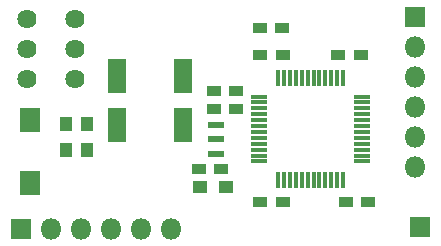
<source format=gbr>
G04 #@! TF.GenerationSoftware,KiCad,Pcbnew,5.0.0-rc2-unknown-a288d61~65~ubuntu18.04.1*
G04 #@! TF.CreationDate,2018-06-25T15:59:09+02:00*
G04 #@! TF.ProjectId,STM32_Sensor,53544D33325F53656E736F722E6B6963,rev?*
G04 #@! TF.SameCoordinates,Original*
G04 #@! TF.FileFunction,Soldermask,Top*
G04 #@! TF.FilePolarity,Negative*
%FSLAX46Y46*%
G04 Gerber Fmt 4.6, Leading zero omitted, Abs format (unit mm)*
G04 Created by KiCad (PCBNEW 5.0.0-rc2-unknown-a288d61~65~ubuntu18.04.1) date Mon Jun 25 15:59:09 2018*
%MOMM*%
%LPD*%
G01*
G04 APERTURE LIST*
%ADD10R,0.351600X1.401600*%
%ADD11R,1.401600X0.351600*%
%ADD12R,1.301600X1.001600*%
%ADD13R,1.801600X1.801600*%
%ADD14R,1.301600X0.851600*%
%ADD15R,1.001600X1.301600*%
%ADD16R,1.401600X0.501600*%
%ADD17R,1.531600X2.951600*%
%ADD18R,1.701600X2.101600*%
%ADD19C,1.625600*%
%ADD20O,1.801600X1.801600*%
G04 APERTURE END LIST*
D10*
G04 #@! TO.C,U1*
X130720000Y-86200000D03*
X131220000Y-86200000D03*
X131720000Y-86200000D03*
X132220000Y-86200000D03*
X132720000Y-86200000D03*
X133220000Y-86200000D03*
X133720000Y-86200000D03*
X134220000Y-86200000D03*
X134720000Y-86200000D03*
X135220000Y-86200000D03*
X135720000Y-86200000D03*
X136220000Y-86200000D03*
D11*
X137820000Y-87800000D03*
X137820000Y-88300000D03*
X137820000Y-88800000D03*
X137820000Y-89300000D03*
X137820000Y-89800000D03*
X137820000Y-90300000D03*
X137820000Y-90800000D03*
X137820000Y-91300000D03*
X137820000Y-91800000D03*
X137820000Y-92300000D03*
X137820000Y-92800000D03*
X137820000Y-93300000D03*
D10*
X136220000Y-94900000D03*
X135720000Y-94900000D03*
X135220000Y-94900000D03*
X134720000Y-94900000D03*
X134220000Y-94900000D03*
X133720000Y-94900000D03*
X133220000Y-94900000D03*
X132720000Y-94900000D03*
X132220000Y-94900000D03*
X131720000Y-94900000D03*
X131220000Y-94900000D03*
X130720000Y-94900000D03*
D11*
X129120000Y-93300000D03*
X129120000Y-92800000D03*
X129120000Y-92300000D03*
X129120000Y-91800000D03*
X129120000Y-91300000D03*
X129120000Y-90800000D03*
X129120000Y-90300000D03*
X129120000Y-89800000D03*
X129120000Y-89300000D03*
X129120000Y-88800000D03*
X129120000Y-88300000D03*
X129120000Y-87800000D03*
G04 #@! TD*
D12*
G04 #@! TO.C,R1*
X126322000Y-95504000D03*
X124122000Y-95504000D03*
G04 #@! TD*
D13*
G04 #@! TO.C,J2*
X142750000Y-98820000D03*
G04 #@! TD*
D14*
G04 #@! TO.C,C1*
X124018000Y-93980000D03*
X125918000Y-93980000D03*
G04 #@! TD*
G04 #@! TO.C,C2*
X135829000Y-84264500D03*
X137729000Y-84264500D03*
G04 #@! TD*
G04 #@! TO.C,C3*
X138364000Y-96774000D03*
X136464000Y-96774000D03*
G04 #@! TD*
G04 #@! TO.C,C4*
X131125000Y-96774000D03*
X129225000Y-96774000D03*
G04 #@! TD*
G04 #@! TO.C,C6*
X131061500Y-81978500D03*
X129161500Y-81978500D03*
G04 #@! TD*
G04 #@! TO.C,C7*
X129225000Y-84328000D03*
X131125000Y-84328000D03*
G04 #@! TD*
G04 #@! TO.C,C8*
X125288000Y-87376000D03*
X127188000Y-87376000D03*
G04 #@! TD*
G04 #@! TO.C,C9*
X127188000Y-88900000D03*
X125288000Y-88900000D03*
G04 #@! TD*
D15*
G04 #@! TO.C,R2*
X112776000Y-92370000D03*
X112776000Y-90170000D03*
G04 #@! TD*
G04 #@! TO.C,R3*
X114554000Y-90170000D03*
X114554000Y-92370000D03*
G04 #@! TD*
D16*
G04 #@! TO.C,Y1*
X125476000Y-91440000D03*
X125476000Y-92640000D03*
X125476000Y-90240000D03*
G04 #@! TD*
D17*
G04 #@! TO.C,Y2*
X122703000Y-90213000D03*
X117073000Y-90213000D03*
X117073000Y-86063000D03*
X122703000Y-86063000D03*
G04 #@! TD*
D18*
G04 #@! TO.C,SW1*
X109728000Y-89756000D03*
X109728000Y-95156000D03*
G04 #@! TD*
D19*
G04 #@! TO.C,SW2*
X109474000Y-86360000D03*
X109474000Y-83820000D03*
X109474000Y-81280000D03*
G04 #@! TD*
G04 #@! TO.C,SW3*
X113538000Y-81280000D03*
X113538000Y-83820000D03*
X113538000Y-86360000D03*
G04 #@! TD*
D20*
G04 #@! TO.C,J1*
X142340000Y-93730000D03*
X142340000Y-91190000D03*
X142340000Y-88650000D03*
X142340000Y-86110000D03*
X142340000Y-83570000D03*
D13*
X142340000Y-81030000D03*
G04 #@! TD*
D20*
G04 #@! TO.C,J3*
X121666000Y-99060000D03*
X119126000Y-99060000D03*
X116586000Y-99060000D03*
X114046000Y-99060000D03*
X111506000Y-99060000D03*
D13*
X108966000Y-99060000D03*
G04 #@! TD*
M02*

</source>
